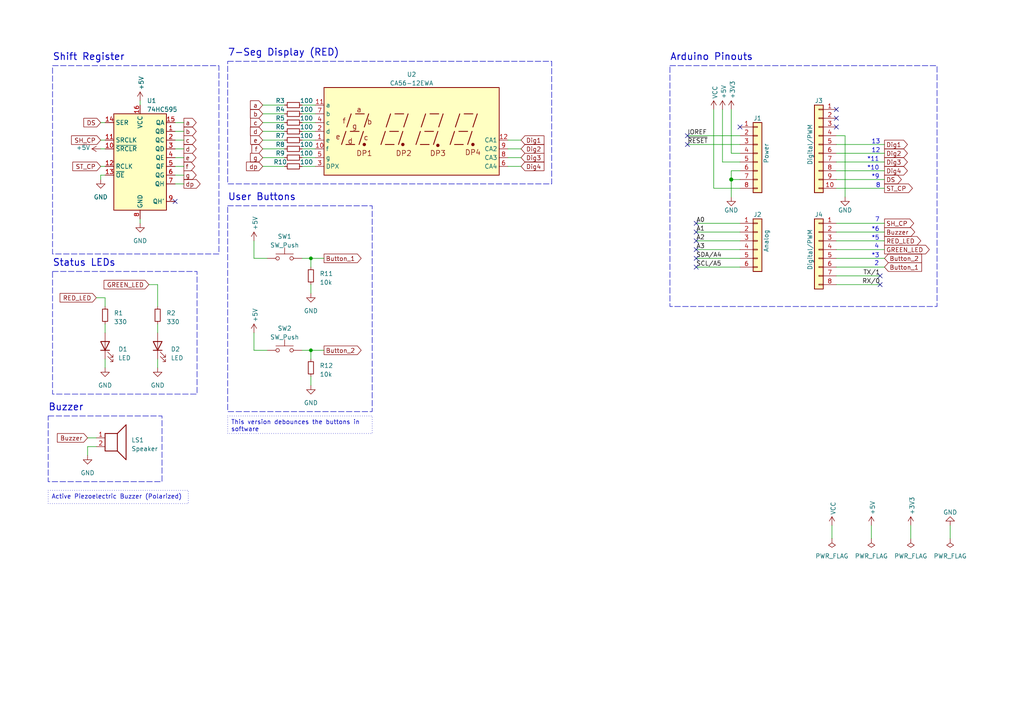
<source format=kicad_sch>
(kicad_sch (version 20230121) (generator eeschema)
  (paper "A4")
  (title_block (title "Kitchen Timer") (date "2023-03-28") (rev "1.0") (company "Shooq Alasousi"))
  (lib_symbols
    (symbol "74xx:74HC595"
      (property "Reference" "U" (at -7.62 13.97 0))
      (property "Value" "74HC595" (at -7.62 -16.51 0))
      (symbol "74HC595_1_0"
        (pin tri_state line (at 10.16 7.62 180) (length 2.54) (name "QB") (number "1"))
        (pin input line (at -10.16 2.54 0) (length 2.54) (name "~{SRCLR}") (number "10"))
        (pin input line (at -10.16 5.08 0) (length 2.54) (name "SRCLK") (number "11"))
        (pin input line (at -10.16 -2.54 0) (length 2.54) (name "RCLK") (number "12"))
        (pin input line (at -10.16 -5.08 0) (length 2.54) (name "~{OE}") (number "13"))
        (pin input line (at -10.16 10.16 0) (length 2.54) (name "SER") (number "14"))
        (pin tri_state line (at 10.16 10.16 180) (length 2.54) (name "QA") (number "15"))
        (pin power_in line (at 0 15.24 270) (length 2.54) (name "VCC") (number "16"))
        (pin tri_state line (at 10.16 5.08 180) (length 2.54) (name "QC") (number "2"))
        (pin tri_state line (at 10.16 2.54 180) (length 2.54) (name "QD") (number "3"))
        (pin tri_state line (at 10.16 0 180) (length 2.54) (name "QE") (number "4"))
        (pin tri_state line (at 10.16 -2.54 180) (length 2.54) (name "QF") (number "5"))
        (pin tri_state line (at 10.16 -5.08 180) (length 2.54) (name "QG") (number "6"))
        (pin tri_state line (at 10.16 -7.62 180) (length 2.54) (name "QH") (number "7"))
        (pin power_in line (at 0 -17.78 90) (length 2.54) (name "GND") (number "8"))
        (pin output line (at 10.16 -12.7 180) (length 2.54) (name "QH'") (number "9"))
      )
      (symbol "74HC595_1_1"
        (rectangle (start -7.62 12.7) (end 7.62 -15.24) (stroke (width 0.254)) (fill (type background)))
      )
    )
    (symbol "Connector_Generic:Conn_01x06" (pin_names (offset 1.016) hide)
      (property "Reference" "J" (at 0 7.62 0))
      (property "Value" "Conn_01x06" (at 0 -10.16 0))
      (symbol "Conn_01x06_1_1"
        (rectangle (start -1.27 -7.493) (end 0 -7.747) (stroke (width 0.1524)))
        (rectangle (start -1.27 -4.953) (end 0 -5.207) (stroke (width 0.1524)))
        (rectangle (start -1.27 -2.413) (end 0 -2.667) (stroke (width 0.1524)))
        (rectangle (start -1.27 0.127) (end 0 -0.127) (stroke (width 0.1524)))
        (rectangle (start -1.27 2.667) (end 0 2.413) (stroke (width 0.1524)))
        (rectangle (start -1.27 5.207) (end 0 4.953) (stroke (width 0.1524)))
        (rectangle (start -1.27 6.35) (end 1.27 -8.89) (stroke (width 0.254)) (fill (type background)))
        (pin passive line (at -5.08 5.08 0) (length 3.81) (name "Pin_1") (number "1"))
        (pin passive line (at -5.08 2.54 0) (length 3.81) (name "Pin_2") (number "2"))
        (pin passive line (at -5.08 0 0) (length 3.81) (name "Pin_3") (number "3"))
        (pin passive line (at -5.08 -2.54 0) (length 3.81) (name "Pin_4") (number "4"))
        (pin passive line (at -5.08 -5.08 0) (length 3.81) (name "Pin_5") (number "5"))
        (pin passive line (at -5.08 -7.62 0) (length 3.81) (name "Pin_6") (number "6"))
      )
    )
    (symbol "Connector_Generic:Conn_01x08" (pin_names (offset 1.016) hide)
      (property "Reference" "J" (at 0 10.16 0))
      (property "Value" "Conn_01x08" (at 0 -12.7 0))
      (symbol "Conn_01x08_1_1"
        (rectangle (start -1.27 -10.033) (end 0 -10.287) (stroke (width 0.1524)))
        (rectangle (start -1.27 -7.493) (end 0 -7.747) (stroke (width 0.1524)))
        (rectangle (start -1.27 -4.953) (end 0 -5.207) (stroke (width 0.1524)))
        (rectangle (start -1.27 -2.413) (end 0 -2.667) (stroke (width 0.1524)))
        (rectangle (start -1.27 0.127) (end 0 -0.127) (stroke (width 0.1524)))
        (rectangle (start -1.27 2.667) (end 0 2.413) (stroke (width 0.1524)))
        (rectangle (start -1.27 5.207) (end 0 4.953) (stroke (width 0.1524)))
        (rectangle (start -1.27 7.747) (end 0 7.493) (stroke (width 0.1524)))
        (rectangle (start -1.27 8.89) (end 1.27 -11.43) (stroke (width 0.254)) (fill (type background)))
        (pin passive line (at -5.08 7.62 0) (length 3.81) (name "Pin_1") (number "1"))
        (pin passive line (at -5.08 5.08 0) (length 3.81) (name "Pin_2") (number "2"))
        (pin passive line (at -5.08 2.54 0) (length 3.81) (name "Pin_3") (number "3"))
        (pin passive line (at -5.08 0 0) (length 3.81) (name "Pin_4") (number "4"))
        (pin passive line (at -5.08 -2.54 0) (length 3.81) (name "Pin_5") (number "5"))
        (pin passive line (at -5.08 -5.08 0) (length 3.81) (name "Pin_6") (number "6"))
        (pin passive line (at -5.08 -7.62 0) (length 3.81) (name "Pin_7") (number "7"))
        (pin passive line (at -5.08 -10.16 0) (length 3.81) (name "Pin_8") (number "8"))
      )
    )
    (symbol "Connector_Generic:Conn_01x10" (pin_names (offset 1.016) hide)
      (property "Reference" "J" (at 0 12.7 0))
      (property "Value" "Conn_01x10" (at 0 -15.24 0))
      (symbol "Conn_01x10_1_1"
        (rectangle (start -1.27 -12.573) (end 0 -12.827) (stroke (width 0.1524)))
        (rectangle (start -1.27 -10.033) (end 0 -10.287) (stroke (width 0.1524)))
        (rectangle (start -1.27 -7.493) (end 0 -7.747) (stroke (width 0.1524)))
        (rectangle (start -1.27 -4.953) (end 0 -5.207) (stroke (width 0.1524)))
        (rectangle (start -1.27 -2.413) (end 0 -2.667) (stroke (width 0.1524)))
        (rectangle (start -1.27 0.127) (end 0 -0.127) (stroke (width 0.1524)))
        (rectangle (start -1.27 2.667) (end 0 2.413) (stroke (width 0.1524)))
        (rectangle (start -1.27 5.207) (end 0 4.953) (stroke (width 0.1524)))
        (rectangle (start -1.27 7.747) (end 0 7.493) (stroke (width 0.1524)))
        (rectangle (start -1.27 10.287) (end 0 10.033) (stroke (width 0.1524)))
        (rectangle (start -1.27 11.43) (end 1.27 -13.97) (stroke (width 0.254)) (fill (type background)))
        (pin passive line (at -5.08 10.16 0) (length 3.81) (name "Pin_1") (number "1"))
        (pin passive line (at -5.08 -12.7 0) (length 3.81) (name "Pin_10") (number "10"))
        (pin passive line (at -5.08 7.62 0) (length 3.81) (name "Pin_2") (number "2"))
        (pin passive line (at -5.08 5.08 0) (length 3.81) (name "Pin_3") (number "3"))
        (pin passive line (at -5.08 2.54 0) (length 3.81) (name "Pin_4") (number "4"))
        (pin passive line (at -5.08 0 0) (length 3.81) (name "Pin_5") (number "5"))
        (pin passive line (at -5.08 -2.54 0) (length 3.81) (name "Pin_6") (number "6"))
        (pin passive line (at -5.08 -5.08 0) (length 3.81) (name "Pin_7") (number "7"))
        (pin passive line (at -5.08 -7.62 0) (length 3.81) (name "Pin_8") (number "8"))
        (pin passive line (at -5.08 -10.16 0) (length 3.81) (name "Pin_9") (number "9"))
      )
    )
    (symbol "Device:LED" (pin_numbers hide) (pin_names (offset 1.016) hide)
      (property "Reference" "D" (at 0 2.54 0))
      (property "Value" "LED" (at 0 -2.54 0))
      (symbol "LED_0_1"
        (polyline (pts (xy -1.27 -1.27) (xy -1.27 1.27)) (stroke (width 0.254)))
        (polyline (pts (xy -1.27 0) (xy 1.27 0)))
        (polyline (pts (xy 1.27 -1.27) (xy 1.27 1.27) (xy -1.27 0) (xy 1.27 -1.27)) (stroke (width 0.254)))
        (polyline (pts (xy -3.048 -0.762) (xy -4.572 -2.286) (xy -3.81 -2.286) (xy -4.572 -2.286) (xy -4.572 -1.524)))
        (polyline (pts (xy -1.778 -0.762) (xy -3.302 -2.286) (xy -2.54 -2.286) (xy -3.302 -2.286) (xy -3.302 -1.524)))
      )
      (symbol "LED_1_1"
        (pin passive line (at -3.81 0 0) (length 2.54) (name "K") (number "1"))
        (pin passive line (at 3.81 0 180) (length 2.54) (name "A") (number "2"))
      )
    )
    (symbol "Device:R_Small" (pin_numbers hide) (pin_names (offset 0.254) hide)
      (property "Reference" "R" (at 0.762 0.508 0))
      (property "Value" "R_Small" (at 0.762 -1.016 0))
      (symbol "R_Small_0_1"
        (rectangle (start -0.762 1.778) (end 0.762 -1.778) (stroke (width 0.2032)))
      )
      (symbol "R_Small_1_1"
        (pin passive line (at 0 2.54 270) (length 0.762) (name "~") (number "1"))
        (pin passive line (at 0 -2.54 90) (length 0.762) (name "~") (number "2"))
      )
    )
    (symbol "Device:Speaker" (pin_names (offset 0) hide)
      (property "Reference" "LS" (at 1.27 5.715 0))
      (property "Value" "Speaker" (at 1.27 3.81 0))
      (symbol "Speaker_0_0"
        (rectangle (start -2.54 1.27) (end 1.016 -3.81) (stroke (width 0.254)))
        (polyline (pts (xy 1.016 1.27) (xy 3.556 3.81) (xy 3.556 -6.35) (xy 1.016 -3.81)) (stroke (width 0.254)))
      )
      (symbol "Speaker_1_1"
        (pin input line (at -5.08 0 0) (length 2.54) (name "1") (number "1"))
        (pin input line (at -5.08 -2.54 0) (length 2.54) (name "2") (number "2"))
      )
    )
    (symbol "Display_Character:CA56-12EWA"
      (property "Reference" "U" (at -24.13 13.97 0))
      (property "Value" "CA56-12EWA" (at 19.05 13.97 0))
      (symbol "CA56-12EWA_0_0"
        (rectangle (start -25.4 12.7) (end 25.4 -12.7) (stroke (width 0.254)) (fill (type background)))
        (polyline (pts (xy -20.32 -3.81) (xy -19.05 0)) (stroke (width 0.254)))
        (polyline (pts (xy -19.05 -3.81) (xy -16.51 -3.81)) (stroke (width 0.254)))
        (polyline (pts (xy -18.796 1.27) (xy -17.526 5.08)) (stroke (width 0.254)))
        (polyline (pts (xy -17.78 0) (xy -15.24 0)) (stroke (width 0.254)))
        (polyline (pts (xy -16.256 5.08) (xy -13.716 5.08)) (stroke (width 0.254)))
        (polyline (pts (xy -15.24 -3.81) (xy -13.97 0)) (stroke (width 0.254)))
        (polyline (pts (xy -13.716 1.27) (xy -12.446 5.08)) (stroke (width 0.254)))
        (polyline (pts (xy -8.89 -3.81) (xy -7.62 0)) (stroke (width 0.254)))
        (polyline (pts (xy -7.62 -3.81) (xy -5.08 -3.81)) (stroke (width 0.254)))
        (polyline (pts (xy -7.366 1.27) (xy -6.096 5.08)) (stroke (width 0.254)))
        (polyline (pts (xy -6.35 0) (xy -3.81 0)) (stroke (width 0.254)))
        (polyline (pts (xy -4.826 5.08) (xy -2.286 5.08)) (stroke (width 0.254)))
        (polyline (pts (xy -3.81 -3.81) (xy -2.54 0)) (stroke (width 0.254)))
        (polyline (pts (xy -2.286 1.27) (xy -1.016 5.08)) (stroke (width 0.254)))
        (polyline (pts (xy 1.27 -3.81) (xy 2.54 0)) (stroke (width 0.254)))
        (polyline (pts (xy 2.54 -3.81) (xy 5.08 -3.81)) (stroke (width 0.254)))
        (polyline (pts (xy 2.794 1.27) (xy 4.064 5.08)) (stroke (width 0.254)))
        (polyline (pts (xy 3.81 0) (xy 6.35 0)) (stroke (width 0.254)))
        (polyline (pts (xy 5.334 5.08) (xy 7.874 5.08)) (stroke (width 0.254)))
        (polyline (pts (xy 6.35 -3.81) (xy 7.62 0)) (stroke (width 0.254)))
        (polyline (pts (xy 7.874 1.27) (xy 9.144 5.08)) (stroke (width 0.254)))
        (polyline (pts (xy 11.176 -3.81) (xy 12.446 0)) (stroke (width 0.254)))
        (polyline (pts (xy 12.446 -3.81) (xy 14.986 -3.81)) (stroke (width 0.254)))
        (polyline (pts (xy 12.7 1.27) (xy 13.97 5.08)) (stroke (width 0.254)))
        (polyline (pts (xy 13.716 0) (xy 16.256 0)) (stroke (width 0.254)))
        (polyline (pts (xy 15.24 5.08) (xy 17.78 5.08)) (stroke (width 0.254)))
        (polyline (pts (xy 16.256 -3.81) (xy 17.526 0)) (stroke (width 0.254)))
        (polyline (pts (xy 17.78 1.27) (xy 19.05 5.08)) (stroke (width 0.254)))
        (text "a" (at -15.24 6.35 0) (effects (font (size 1.524 1.524))))
        (text "b" (at -12.192 2.794 0) (effects (font (size 1.524 1.524))))
        (text "c" (at -13.208 -1.778 0) (effects (font (size 1.524 1.524))))
        (text "d" (at -17.78 -2.794 0) (effects (font (size 1.524 1.524))))
        (text "DP1" (at -13.716 -6.35 0) (effects (font (size 1.524 1.524))))
        (text "DP2" (at -2.286 -6.35 0) (effects (font (size 1.524 1.524))))
        (text "DP3" (at 7.62 -6.35 0) (effects (font (size 1.524 1.524))))
        (text "DP4" (at 17.78 -6.096 0) (effects (font (size 1.524 1.524))))
        (text "e" (at -21.336 -1.524 0) (effects (font (size 1.524 1.524))))
        (text "f" (at -19.558 3.048 0) (effects (font (size 1.524 1.524))))
        (text "g" (at -16.51 1.524 0) (effects (font (size 1.524 1.524))))
      )
      (symbol "CA56-12EWA_0_1"
        (circle (center -13.716 -3.81) (radius 0.3556) (stroke (width 0.254)) (fill (type outline)))
        (circle (center -2.54 -3.81) (radius 0.3556) (stroke (width 0.254)) (fill (type outline)))
      )
      (symbol "CA56-12EWA_1_0"
        (circle (center 7.62 -4.064) (radius 0.3556) (stroke (width 0.254)) (fill (type outline)))
        (circle (center 17.78 -3.81) (radius 0.3556) (stroke (width 0.254)) (fill (type outline)))
      )
      (symbol "CA56-12EWA_1_1"
        (pin input line (at -27.94 -2.54 0) (length 2.54) (name "e") (number "1"))
        (pin input line (at -27.94 -5.08 0) (length 2.54) (name "f") (number "10"))
        (pin input line (at -27.94 7.62 0) (length 2.54) (name "a") (number "11"))
        (pin input line (at 27.94 -2.54 180) (length 2.54) (name "CA1") (number "12"))
        (pin input line (at -27.94 0 0) (length 2.54) (name "d") (number "2"))
        (pin input line (at -27.94 -10.16 0) (length 2.54) (name "DPX") (number "3"))
        (pin input line (at -27.94 2.54 0) (length 2.54) (name "c") (number "4"))
        (pin input line (at -27.94 -7.62 0) (length 2.54) (name "g") (number "5"))
        (pin input line (at 27.94 -10.16 180) (length 2.54) (name "CA4") (number "6"))
        (pin input line (at -27.94 5.08 0) (length 2.54) (name "b") (number "7"))
        (pin input line (at 27.94 -7.62 180) (length 2.54) (name "CA3") (number "8"))
        (pin input line (at 27.94 -5.08 180) (length 2.54) (name "CA2") (number "9"))
      )
    )
    (symbol "GND_1" (power) (pin_names (offset 0))
      (property "Value" "GND_1" (at 0 -3.81 0))
      (symbol "GND_1_0_1"
        (polyline (pts (xy 0 0) (xy 0 -1.27) (xy 1.27 -1.27) (xy 0 -2.54) (xy -1.27 -1.27) (xy 0 -1.27)))
      )
      (symbol "GND_1_1_1"
        (pin power_in line (at 0 0 270) (length 0) hide (name "GND") (number "1"))
      )
    )
    (symbol "GND_2" (power) (pin_names (offset 0))
      (property "Value" "GND_2" (at 0 -3.81 0))
      (symbol "GND_2_0_1"
        (polyline (pts (xy 0 0) (xy 0 -1.27) (xy 1.27 -1.27) (xy 0 -2.54) (xy -1.27 -1.27) (xy 0 -1.27)))
      )
      (symbol "GND_2_1_1"
        (pin power_in line (at 0 0 270) (length 0) hide (name "GND") (number "1"))
      )
    )
    (symbol "GND_3" (power) (pin_names (offset 0))
      (property "Value" "GND_3" (at 0 -3.81 0))
      (symbol "GND_3_0_1"
        (polyline (pts (xy 0 0) (xy 0 -1.27) (xy 1.27 -1.27) (xy 0 -2.54) (xy -1.27 -1.27) (xy 0 -1.27)))
      )
      (symbol "GND_3_1_1"
        (pin power_in line (at 0 0 270) (length 0) hide (name "GND") (number "1"))
      )
    )
    (symbol "Switch:SW_Push" (pin_numbers hide) (pin_names (offset 1.016) hide)
      (property "Reference" "SW" (at 1.27 2.54 0))
      (property "Value" "SW_Push" (at 0 -1.524 0))
      (symbol "SW_Push_0_1"
        (circle (center -2.032 0) (radius 0.508))
        (polyline (pts (xy 0 1.27) (xy 0 3.048)))
        (polyline (pts (xy 2.54 1.27) (xy -2.54 1.27)))
        (circle (center 2.032 0) (radius 0.508))
        (pin passive line (at -5.08 0 0) (length 2.54) (name "1") (number "1"))
        (pin passive line (at 5.08 0 180) (length 2.54) (name "2") (number "2"))
      )
    )
    (symbol "power:+3V3" (power) (pin_names (offset 0))
      (property "Value" "+3V3" (at 0 3.556 0))
      (symbol "+3V3_0_1"
        (polyline (pts (xy -0.762 1.27) (xy 0 2.54)))
        (polyline (pts (xy 0 0) (xy 0 2.54)))
        (polyline (pts (xy 0 2.54) (xy 0.762 1.27)))
      )
      (symbol "+3V3_1_1"
        (pin power_in line (at 0 0 90) (length 0) hide (name "+3V3") (number "1"))
      )
    )
    (symbol "power:+5V" (power) (pin_names (offset 0))
      (property "Value" "+5V" (at 0 3.556 0))
      (symbol "+5V_0_1"
        (polyline (pts (xy -0.762 1.27) (xy 0 2.54)))
        (polyline (pts (xy 0 0) (xy 0 2.54)))
        (polyline (pts (xy 0 2.54) (xy 0.762 1.27)))
      )
      (symbol "+5V_1_1"
        (pin power_in line (at 0 0 90) (length 0) hide (name "+5V") (number "1"))
      )
    )
    (symbol "power:GND" (power) (pin_names (offset 0))
      (property "Value" "GND" (at 0 -3.81 0))
      (symbol "GND_0_1"
        (polyline (pts (xy 0 0) (xy 0 -1.27) (xy 1.27 -1.27) (xy 0 -2.54) (xy -1.27 -1.27) (xy 0 -1.27)))
      )
      (symbol "GND_1_1"
        (pin power_in line (at 0 0 270) (length 0) hide (name "GND") (number "1"))
      )
    )
    (symbol "power:PWR_FLAG" (power) (pin_numbers hide) (pin_names (offset 0) hide)
      (property "Value" "PWR_FLAG" (at 0 3.81 0))
      (symbol "PWR_FLAG_0_0"
        (pin power_out line (at 0 0 90) (length 0) (name "pwr") (number "1"))
      )
      (symbol "PWR_FLAG_0_1"
        (polyline (pts (xy 0 0) (xy 0 1.27) (xy -1.016 1.905) (xy 0 2.54) (xy 1.016 1.905) (xy 0 1.27)))
      )
    )
    (symbol "power:VCC" (power) (pin_names (offset 0))
      (property "Value" "VCC" (at 0 3.81 0))
      (symbol "VCC_0_1"
        (polyline (pts (xy -0.762 1.27) (xy 0 2.54)))
        (polyline (pts (xy 0 0) (xy 0 2.54)))
        (polyline (pts (xy 0 2.54) (xy 0.762 1.27)))
      )
      (symbol "VCC_1_1"
        (pin power_in line (at 0 0 90) (length 0) hide (name "VCC") (number "1"))
      )
    )
  )
  (junction (at 212.09 52.07) (diameter 1.016))
  (junction (at 90.17 101.6))
  (junction (at 90.17 74.93))
  (no_connect (at 255.27 80.01))
  (no_connect (at 242.57 36.83))
  (no_connect (at 242.57 31.75))
  (no_connect (at 201.93 67.31))
  (no_connect (at 255.27 82.55))
  (no_connect (at 201.93 77.47))
  (no_connect (at 50.8 58.42))
  (no_connect (at 201.93 64.77))
  (no_connect (at 201.93 74.93))
  (no_connect (at 242.57 34.29))
  (no_connect (at 199.39 41.91))
  (no_connect (at 201.93 69.85))
  (no_connect (at 201.93 72.39))
  (no_connect (at 214.63 36.83))
  (no_connect (at 199.39 39.37))
  (wire (pts (xy 147.32 43.18) (xy 151.13 43.18)))
  (wire (pts (xy 242.57 44.45) (xy 256.54 44.45)))
  (wire (pts (xy 242.57 49.53) (xy 256.54 49.53)))
  (wire (pts (xy 76.2 45.72) (xy 82.55 45.72)))
  (wire (pts (xy 76.2 33.02) (xy 82.55 33.02)))
  (wire (pts (xy 29.21 35.56) (xy 30.48 35.56)))
  (wire (pts (xy 201.93 77.47) (xy 214.63 77.47)))
  (wire (pts (xy 212.09 31.75) (xy 212.09 44.45)))
  (wire (pts (xy 242.57 74.93) (xy 256.54 74.93)))
  (wire (pts (xy 77.47 74.93) (xy 73.66 74.93)))
  (wire (pts (xy 214.63 49.53) (xy 212.09 49.53)))
  (wire (pts (xy 30.48 50.8) (xy 29.21 50.8)))
  (wire (pts (xy 212.09 49.53) (xy 212.09 52.07)))
  (wire (pts (xy 90.17 74.93) (xy 90.17 77.47)))
  (wire (pts (xy 76.2 38.1) (xy 82.55 38.1)))
  (wire (pts (xy 242.57 80.01) (xy 255.27 80.01)))
  (wire (pts (xy 50.8 53.34) (xy 53.34 53.34)))
  (wire (pts (xy 241.3 152.4) (xy 241.3 156.21)))
  (wire (pts (xy 29.21 40.64) (xy 30.48 40.64)))
  (wire (pts (xy 73.66 74.93) (xy 73.66 69.85)))
  (wire (pts (xy 90.17 101.6) (xy 93.98 101.6)))
  (wire (pts (xy 87.63 35.56) (xy 91.44 35.56)))
  (wire (pts (xy 90.17 82.55) (xy 90.17 85.09)))
  (wire (pts (xy 76.2 35.56) (xy 82.55 35.56)))
  (wire (pts (xy 242.57 67.31) (xy 256.54 67.31)))
  (wire (pts (xy 50.8 45.72) (xy 53.34 45.72)))
  (wire (pts (xy 212.09 44.45) (xy 214.63 44.45)))
  (wire (pts (xy 76.2 40.64) (xy 82.55 40.64)))
  (wire (pts (xy 87.63 30.48) (xy 91.44 30.48)))
  (wire (pts (xy 201.93 67.31) (xy 214.63 67.31)))
  (wire (pts (xy 30.48 86.36) (xy 30.48 88.9)))
  (wire (pts (xy 275.59 152.4) (xy 275.59 156.21)))
  (wire (pts (xy 212.09 52.07) (xy 212.09 57.15)))
  (wire (pts (xy 90.17 74.93) (xy 93.98 74.93)))
  (wire (pts (xy 147.32 48.26) (xy 151.13 48.26)))
  (wire (pts (xy 214.63 52.07) (xy 212.09 52.07)))
  (wire (pts (xy 252.73 152.4) (xy 252.73 156.21)))
  (wire (pts (xy 207.01 54.61) (xy 207.01 31.75)))
  (wire (pts (xy 87.63 101.6) (xy 90.17 101.6)))
  (wire (pts (xy 76.2 30.48) (xy 82.55 30.48)))
  (wire (pts (xy 87.63 40.64) (xy 91.44 40.64)))
  (wire (pts (xy 242.57 72.39) (xy 256.54 72.39)))
  (wire (pts (xy 87.63 74.93) (xy 90.17 74.93)))
  (wire (pts (xy 242.57 64.77) (xy 256.54 64.77)))
  (wire (pts (xy 50.8 48.26) (xy 53.34 48.26)))
  (wire (pts (xy 50.8 38.1) (xy 53.34 38.1)))
  (wire (pts (xy 50.8 50.8) (xy 53.34 50.8)))
  (wire (pts (xy 76.2 43.18) (xy 82.55 43.18)))
  (wire (pts (xy 50.8 40.64) (xy 53.34 40.64)))
  (wire (pts (xy 242.57 41.91) (xy 256.54 41.91)))
  (wire (pts (xy 214.63 64.77) (xy 201.93 64.77)))
  (wire (pts (xy 242.57 46.99) (xy 256.54 46.99)))
  (wire (pts (xy 87.63 33.02) (xy 91.44 33.02)))
  (wire (pts (xy 87.63 45.72) (xy 91.44 45.72)))
  (wire (pts (xy 147.32 45.72) (xy 151.13 45.72)))
  (wire (pts (xy 90.17 101.6) (xy 90.17 104.14)))
  (wire (pts (xy 45.72 104.14) (xy 45.72 106.68)))
  (wire (pts (xy 214.63 54.61) (xy 207.01 54.61)))
  (wire (pts (xy 50.8 43.18) (xy 53.34 43.18)))
  (wire (pts (xy 25.4 129.54) (xy 25.4 132.08)))
  (wire (pts (xy 25.4 127) (xy 27.94 127)))
  (wire (pts (xy 73.66 101.6) (xy 73.66 96.52)))
  (wire (pts (xy 201.93 72.39) (xy 214.63 72.39)))
  (wire (pts (xy 50.8 35.56) (xy 53.34 35.56)))
  (wire (pts (xy 29.21 43.18) (xy 30.48 43.18)))
  (wire (pts (xy 242.57 69.85) (xy 256.54 69.85)))
  (wire (pts (xy 264.16 152.4) (xy 264.16 156.21)))
  (wire (pts (xy 209.55 31.75) (xy 209.55 46.99)))
  (wire (pts (xy 29.21 48.26) (xy 30.48 48.26)))
  (wire (pts (xy 214.63 74.93) (xy 201.93 74.93)))
  (wire (pts (xy 199.39 41.91) (xy 214.63 41.91)))
  (wire (pts (xy 245.11 39.37) (xy 245.11 57.15)))
  (wire (pts (xy 40.64 63.5) (xy 40.64 64.77)))
  (wire (pts (xy 214.63 69.85) (xy 201.93 69.85)))
  (wire (pts (xy 87.63 38.1) (xy 91.44 38.1)))
  (wire (pts (xy 30.48 104.14) (xy 30.48 106.68)))
  (wire (pts (xy 199.39 39.37) (xy 214.63 39.37)))
  (wire (pts (xy 40.64 29.21) (xy 40.64 30.48)))
  (wire (pts (xy 77.47 101.6) (xy 73.66 101.6)))
  (wire (pts (xy 147.32 40.64) (xy 151.13 40.64)))
  (wire (pts (xy 45.72 82.55) (xy 45.72 88.9)))
  (wire (pts (xy 90.17 109.22) (xy 90.17 111.76)))
  (wire (pts (xy 30.48 93.98) (xy 30.48 96.52)))
  (wire (pts (xy 76.2 48.26) (xy 82.55 48.26)))
  (wire (pts (xy 43.18 82.55) (xy 45.72 82.55)))
  (wire (pts (xy 45.72 93.98) (xy 45.72 96.52)))
  (wire (pts (xy 242.57 39.37) (xy 245.11 39.37)))
  (wire (pts (xy 209.55 46.99) (xy 214.63 46.99)))
  (wire (pts (xy 242.57 82.55) (xy 255.27 82.55)))
  (wire (pts (xy 27.94 86.36) (xy 30.48 86.36)))
  (wire (pts (xy 87.63 48.26) (xy 91.44 48.26)))
  (wire (pts (xy 242.57 54.61) (xy 256.54 54.61)))
  (wire (pts (xy 27.94 129.54) (xy 25.4 129.54)))
  (wire (pts (xy 242.57 52.07) (xy 256.54 52.07)))
  (wire (pts (xy 29.21 50.8) (xy 29.21 52.07)))
  (wire (pts (xy 87.63 43.18) (xy 91.44 43.18)))
  (wire (pts (xy 242.57 77.47) (xy 256.54 77.47)))
  (rectangle (start 15.24 19.05) (end 63.5 73.66) (stroke (width 0) (type dash)))
  (rectangle (start 194.31 19.05) (end 271.78 88.9) (stroke (width 0) (type dash)))
  (rectangle (start 15.24 78.74) (end 57.15 114.3) (stroke (width 0) (type dash)))
  (rectangle (start 13.97 120.65) (end 46.99 139.7) (stroke (width 0) (type dash)))
  (rectangle (start 66.04 17.78) (end 160.02 53.34) (stroke (width 0) (type dash)))
  (rectangle (start 66.04 59.69) (end 107.95 119.38) (stroke (width 0) (type dash)))
  (text_box "Active Piezoelectric Buzzer (Polarized)" (at 13.97 142.24 0) (size 40.64 3.81) (stroke (width 0) (type dot)) (effects (font (size 1.27 1.27)) (justify left top)))
  (text_box "This version debounces the buttons in software" (at 66.04 120.65 0) (size 41.91 5.08) (stroke (width 0) (type dot)) (effects (font (size 1.27 1.27)) (justify left top)))
  (text "13\n" (at 252.73 41.91 0) (effects (font (size 1.27 1.27)) (justify left bottom)))
  (text "*5\n" (at 252.73 69.85 0) (effects (font (size 1.27 1.27)) (justify left bottom)))
  (text "Shift Register" (at 15.24 17.78 0) (effects (font (size 2 2) (thickness 0.254) bold) (justify left bottom)))
  (text "Arduino Pinouts" (at 194.31 17.78 0) (effects (font (size 2 2) (thickness 0.254) bold) (justify left bottom)))
  (text "Status LEDs" (at 15.24 77.47 0) (effects (font (size 2 2) (thickness 0.254) bold) (justify left bottom)))
  (text "12\n" (at 252.73 44.45 0) (effects (font (size 1.27 1.27)) (justify left bottom)))
  (text "*10\n" (at 251.46 49.53 0) (effects (font (size 1.27 1.27)) (justify left bottom)))
  (text "8\n" (at 254 54.61 0) (effects (font (size 1.27 1.27)) (justify left bottom)))
  (text "7-Seg Display (RED)" (at 66.04 16.51 0) (effects (font (size 2 2) (thickness 0.254) bold) (justify left bottom)))
  (text "*3" (at 252.73 74.93 0) (effects (font (size 1.27 1.27)) (justify left bottom)))
  (text "4" (at 253.5937 72.2492 0) (effects (font (size 1.27 1.27)) (justify left bottom)))
  (text "7" (at 253.7616 64.5476 0) (effects (font (size 1.27 1.27)) (justify left bottom)))
  (text "Buzzer" (at 13.97 119.38 0) (effects (font (size 2 2) (thickness 0.254) bold) (justify left bottom)))
  (text "*6" (at 252.73 67.31 0) (effects (font (size 1.27 1.27)) (justify left bottom)))
  (text "2" (at 253.5697 77.2397 0) (effects (font (size 1.27 1.27)) (justify left bottom)))
  (text "User Buttons" (at 66.04 58.42 0) (effects (font (size 2 2) (thickness 0.254) bold) (justify left bottom)))
  (text "*11" (at 251.46 46.99 0) (effects (font (size 1.27 1.27)) (justify left bottom)))
  (text "*9\n" (at 252.73 52.07 0) (effects (font (size 1.27 1.27)) (justify left bottom)))
  (label "IOREF" (at 199.39 39.37 0))
  (label "~{RESET}" (at 199.39 41.91 0))
  (label "A2" (at 201.93 69.85 0))
  (label "SCL{slash}A5" (at 201.93 77.47 0))
  (label "A1" (at 201.93 67.31 0))
  (label "RX{slash}0" (at 255.27 82.55 180))
  (label "SDA{slash}A4" (at 201.93 74.93 0))
  (label "A0" (at 201.93 64.77 0))
  (label "TX{slash}1" (at 255.27 80.01 180))
  (label "A3" (at 201.93 72.39 0))
  (global_label "c" (shape output) (at 53.34 40.64 0) (property "Intersheetrefs" "${INTERSHEET_REFS}" (effects hide)))
  (global_label "f" (shape output) (at 53.34 48.26 0) (property "Intersheetrefs" "${INTERSHEET_REFS}" (effects hide)))
  (global_label "Dig1" (shape input) (at 151.13 40.64 0) (property "Intersheetrefs" "${INTERSHEET_REFS}" (effects hide)))
  (global_label "DS" (shape input) (at 29.21 35.56 180) (property "Intersheetrefs" "${INTERSHEET_REFS}" (effects hide)))
  (global_label "a" (shape output) (at 53.34 35.56 0) (property "Intersheetrefs" "${INTERSHEET_REFS}" (effects hide)))
  (global_label "Dig2" (shape output) (at 256.54 44.45 0) (property "Intersheetrefs" "${INTERSHEET_REFS}" (effects hide)))
  (global_label "Dig3" (shape output) (at 256.54 46.99 0) (property "Intersheetrefs" "${INTERSHEET_REFS}" (effects hide)))
  (global_label "Buzzer" (shape input) (at 25.4 127 180) (property "Intersheetrefs" "${INTERSHEET_REFS}" (effects hide)))
  (global_label "Button_2" (shape output) (at 93.98 101.6 0) (property "Intersheetrefs" "${INTERSHEET_REFS}" (effects hide)))
  (global_label "c" (shape input) (at 76.2 35.56 180) (property "Intersheetrefs" "${INTERSHEET_REFS}" (effects hide)))
  (global_label "DS" (shape output) (at 256.54 52.07 0) (property "Intersheetrefs" "${INTERSHEET_REFS}" (effects hide)))
  (global_label "e" (shape output) (at 53.34 45.72 0) (property "Intersheetrefs" "${INTERSHEET_REFS}" (effects hide)))
  (global_label "d" (shape input) (at 76.2 38.1 180) (property "Intersheetrefs" "${INTERSHEET_REFS}" (effects hide)))
  (global_label "Dig3" (shape input) (at 151.13 45.72 0) (property "Intersheetrefs" "${INTERSHEET_REFS}" (effects hide)))
  (global_label "GREEN_LED" (shape output) (at 256.54 72.39 0) (property "Intersheetrefs" "${INTERSHEET_REFS}" (effects hide)))
  (global_label "e" (shape input) (at 76.2 40.64 180) (property "Intersheetrefs" "${INTERSHEET_REFS}" (effects hide)))
  (global_label "SH_CP" (shape output) (at 256.54 64.77 0) (property "Intersheetrefs" "${INTERSHEET_REFS}" (effects hide)))
  (global_label "ST_CP" (shape input) (at 29.21 48.26 180) (property "Intersheetrefs" "${INTERSHEET_REFS}" (effects hide)))
  (global_label "f" (shape input) (at 76.2 43.18 180) (property "Intersheetrefs" "${INTERSHEET_REFS}" (effects hide)))
  (global_label "dp" (shape input) (at 76.2 48.26 180) (property "Intersheetrefs" "${INTERSHEET_REFS}" (effects hide)))
  (global_label "Buzzer" (shape output) (at 256.54 67.31 0) (property "Intersheetrefs" "${INTERSHEET_REFS}" (effects hide)))
  (global_label "b" (shape input) (at 76.2 33.02 180) (property "Intersheetrefs" "${INTERSHEET_REFS}" (effects hide)))
  (global_label "a" (shape input) (at 76.2 30.48 180) (property "Intersheetrefs" "${INTERSHEET_REFS}" (effects hide)))
  (global_label "Dig1" (shape output) (at 256.54 41.91 0) (property "Intersheetrefs" "${INTERSHEET_REFS}" (effects hide)))
  (global_label "Dig4" (shape input) (at 151.13 48.26 0) (property "Intersheetrefs" "${INTERSHEET_REFS}" (effects hide)))
  (global_label "dp" (shape output) (at 53.34 53.34 0) (property "Intersheetrefs" "${INTERSHEET_REFS}" (effects hide)))
  (global_label "GREEN_LED" (shape input) (at 43.18 82.55 180) (property "Intersheetrefs" "${INTERSHEET_REFS}" (effects hide)))
  (global_label "g" (shape input) (at 76.2 45.72 180) (property "Intersheetrefs" "${INTERSHEET_REFS}" (effects hide)))
  (global_label "RED_LED" (shape input) (at 27.94 86.36 180) (property "Intersheetrefs" "${INTERSHEET_REFS}" (effects hide)))
  (global_label "Button_1" (shape input) (at 256.54 77.47 0) (property "Intersheetrefs" "${INTERSHEET_REFS}" (effects hide)))
  (global_label "g" (shape output) (at 53.34 50.8 0) (property "Intersheetrefs" "${INTERSHEET_REFS}" (effects hide)))
  (global_label "Button_2" (shape input) (at 256.54 74.93 0) (property "Intersheetrefs" "${INTERSHEET_REFS}" (effects hide)))
  (global_label "SH_CP" (shape input) (at 29.21 40.64 180) (property "Intersheetrefs" "${INTERSHEET_REFS}" (effects hide)))
  (global_label "ST_CP" (shape output) (at 256.54 54.61 0) (property "Intersheetrefs" "${INTERSHEET_REFS}" (effects hide)))
  (global_label "Dig2" (shape input) (at 151.13 43.18 0) (property "Intersheetrefs" "${INTERSHEET_REFS}" (effects hide)))
  (global_label "RED_LED" (shape output) (at 256.54 69.85 0) (property "Intersheetrefs" "${INTERSHEET_REFS}" (effects hide)))
  (global_label "b" (shape output) (at 53.34 38.1 0) (property "Intersheetrefs" "${INTERSHEET_REFS}" (effects hide)))
  (global_label "d" (shape output) (at 53.34 43.18 0) (property "Intersheetrefs" "${INTERSHEET_REFS}" (effects hide)))
  (global_label "Button_1" (shape output) (at 93.98 74.93 0) (property "Intersheetrefs" "${INTERSHEET_REFS}" (effects hide)))
  (global_label "Dig4" (shape output) (at 256.54 49.53 0) (property "Intersheetrefs" "${INTERSHEET_REFS}" (effects hide)))
  (symbol (lib_id "Device:R_Small") (at 85.09 45.72 90) (unit 1)
    (property "Reference" "R9" (at 81.28 44.45 90))
    (property "Value" "100" (at 88.9 44.45 90))
    (property "Footprint" "Resistor_THT:R_Axial_DIN0207_L6.3mm_D2.5mm_P10.16mm_Horizontal" (effects hide))
  )
  (symbol (lib_name "GND_1") (lib_id "power:GND") (at 90.17 111.76 0) (unit 1)
    (property "Reference" "#PWR011" (effects hide))
    (property "Value" "GND" (at 90.17 116.84 0))
  )
  (symbol (lib_id "Connector_Generic:Conn_01x08") (at 237.49 72.39 0) (mirror y) (unit 1)
    (property "Reference" "J4" (at 237.49 62.23 0))
    (property "Value" "Digital/PWM" (at 234.95 72.39 90))
    (property "Footprint" "Connector_PinSocket_2.54mm:PinSocket_1x08_P2.54mm_Vertical" (effects hide))
  )
  (symbol (lib_id "Device:R_Small") (at 85.09 40.64 90) (unit 1)
    (property "Reference" "R7" (at 81.28 39.37 90))
    (property "Value" "100" (at 88.9 39.37 90))
    (property "Footprint" "Resistor_THT:R_Axial_DIN0207_L6.3mm_D2.5mm_P10.16mm_Horizontal" (effects hide))
  )
  (symbol (lib_id "power:PWR_FLAG") (at 264.16 156.21 180) (unit 1)
    (property "Reference" "#FLG03" (effects hide))
    (property "Value" "PWR_FLAG" (at 264.16 161.29 0))
  )
  (symbol (lib_id "74xx:74HC595") (at 40.64 45.72 0) (unit 1)
    (property "Reference" "U1" (at 42.5959 29.21 0) (effects (justify left)))
    (property "Value" "74HC595" (at 42.5959 31.75 0) (effects (justify left)))
    (property "Footprint" "Package_DIP:DIP-16_W7.62mm_Socket_LongPads" (effects hide))
    (property "Datasheet" "http://www.ti.com/lit/ds/symlink/sn74hc595.pdf" (effects hide))
  )
  (symbol (lib_id "power:+3V3") (at 212.09 31.75 0) (unit 1)
    (property "Reference" "#PWR018" (effects hide))
    (property "Value" "+3.3V" (at 212.471 28.702 90) (effects (justify left)))
  )
  (symbol (lib_id "Device:LED") (at 30.48 100.33 90) (unit 1)
    (property "Reference" "D1" (at 34.29 101.2825 90) (effects (justify right)))
    (property "Value" "LED" (at 34.29 103.8225 90) (effects (justify right)))
    (property "Footprint" "LED_THT:LED_D5.0mm" (effects hide))
  )
  (symbol (lib_id "Device:LED") (at 45.72 100.33 90) (unit 1)
    (property "Reference" "D2" (at 49.53 101.2825 90) (effects (justify right)))
    (property "Value" "LED" (at 49.53 103.8225 90) (effects (justify right)))
    (property "Footprint" "LED_THT:LED_D5.0mm" (effects hide))
  )
  (symbol (lib_id "Device:R_Small") (at 90.17 106.68 0) (unit 1)
    (property "Reference" "R12" (at 92.71 106.045 0) (effects (justify left)))
    (property "Value" "10k" (at 92.71 108.585 0) (effects (justify left)))
    (property "Footprint" "Resistor_THT:R_Axial_DIN0207_L6.3mm_D2.5mm_P10.16mm_Horizontal" (effects hide))
  )
  (symbol (lib_id "Connector_Generic:Conn_01x10") (at 237.49 41.91 0) (mirror y) (unit 1)
    (property "Reference" "J3" (at 237.49 29.21 0))
    (property "Value" "Digital/PWM" (at 234.95 41.91 90))
    (property "Footprint" "Connector_PinSocket_2.54mm:PinSocket_1x10_P2.54mm_Vertical" (effects hide))
  )
  (symbol (lib_id "power:+5V") (at 40.64 29.21 0) (unit 1)
    (property "Reference" "#PWR03" (effects hide))
    (property "Value" "+5V" (at 40.9956 26.162 90) (effects (justify left)))
  )
  (symbol (lib_id "Connector_Generic:Conn_01x08") (at 219.71 44.45 0) (unit 1)
    (property "Reference" "J1" (at 219.71 34.29 0))
    (property "Value" "Power" (at 222.25 44.45 90))
    (property "Footprint" "Connector_PinSocket_2.54mm:PinSocket_1x08_P2.54mm_Vertical" (effects hide))
  )
  (symbol (lib_name "GND_1") (lib_id "power:GND") (at 90.17 85.09 0) (unit 1)
    (property "Reference" "#PWR010" (effects hide))
    (property "Value" "GND" (at 90.17 90.17 0))
  )
  (symbol (lib_id "Device:R_Small") (at 30.48 91.44 0) (unit 1)
    (property "Reference" "R1" (at 33.02 90.805 0) (effects (justify left)))
    (property "Value" "330" (at 33.02 93.345 0) (effects (justify left)))
    (property "Footprint" "Resistor_THT:R_Axial_DIN0207_L6.3mm_D2.5mm_P10.16mm_Horizontal" (effects hide))
  )
  (symbol (lib_id "Device:R_Small") (at 90.17 80.01 0) (unit 1)
    (property "Reference" "R11" (at 92.71 79.375 0) (effects (justify left)))
    (property "Value" "10k" (at 92.71 81.915 0) (effects (justify left)))
    (property "Footprint" "Resistor_THT:R_Axial_DIN0207_L6.3mm_D2.5mm_P10.16mm_Horizontal" (effects hide))
  )
  (symbol (lib_id "Connector_Generic:Conn_01x06") (at 219.71 69.85 0) (unit 1)
    (property "Reference" "J2" (at 219.71 62.23 0))
    (property "Value" "Analog" (at 222.25 69.85 90))
    (property "Footprint" "Connector_PinSocket_2.54mm:PinSocket_1x06_P2.54mm_Vertical" (effects hide))
  )
  (symbol (lib_name "GND_3") (lib_id "power:GND") (at 40.64 64.77 0) (unit 1)
    (property "Reference" "#PWR04" (effects hide))
    (property "Value" "GND" (at 40.64 69.85 0))
  )
  (symbol (lib_id "Switch:SW_Push") (at 82.55 74.93 0) (unit 1)
    (property "Reference" "SW1" (at 82.55 68.58 0))
    (property "Value" "SW_Push" (at 82.55 71.12 0))
    (property "Footprint" "Button_Switch_THT:SW_PUSH-12mm" (effects hide))
  )
  (symbol (lib_id "Device:Speaker") (at 33.02 127 0) (unit 1)
    (property "Reference" "LS1" (at 38.1 127.635 0) (effects (justify left)))
    (property "Value" "Speaker" (at 38.1 130.175 0) (effects (justify left)))
    (property "Footprint" "Buzzer_Beeper:Buzzer_12x9.5RM7.6" (effects hide))
    (property "Datasheet" "https://www.digikey.com/en/products/detail/cui-devices/CMI-1295IC-0585T/11674150?utm_adgroup=Alarms%2C%20Buzzers%2C%20and%20Sirens&utm_source=google&utm_medium=cpc&utm_campaign=Shopping_Product_Audio%20Products_NEW&utm_term=&utm_content=Alarms%2C%20Buzzers%2C%20and%20Sirens&gclid=CjwKCAjwzuqgBhAcEiwAdj5dRt8nz1IuytFLjx3uwWgVUeIhfTmZ3ysWix6dXCToN1KqcPwJXCrWqhoCtbEQAvD_BwE" (effects hide))
  )
  (symbol (lib_id "Device:R_Small") (at 85.09 35.56 90) (unit 1)
    (property "Reference" "R5" (at 81.28 34.29 90))
    (property "Value" "100" (at 88.9 34.29 90))
    (property "Footprint" "Resistor_THT:R_Axial_DIN0207_L6.3mm_D2.5mm_P10.16mm_Horizontal" (effects hide))
  )
  (symbol (lib_id "power:+3V3") (at 264.16 152.4 0) (unit 1)
    (property "Reference" "#PWR014" (effects hide))
    (property "Value" "+3.3V" (at 264.541 149.352 90) (effects (justify left)))
  )
  (symbol (lib_id "Display_Character:CA56-12EWA") (at 119.38 38.1 0) (unit 1)
    (property "Reference" "U2" (at 119.38 21.59 0))
    (property "Value" "CA56-12EWA" (at 119.38 24.13 0))
    (property "Footprint" "Display_7Segment:CA56-12EWA" (effects hide))
    (property "Datasheet" "http://cdn.sparkfun.com/datasheets/Components/LED/1LEDREDCC.pdf" (effects hide))
  )
  (symbol (lib_name "GND_1") (lib_id "power:GND") (at 25.4 132.08 0) (unit 1)
    (property "Reference" "#PWR05" (effects hide))
    (property "Value" "GND" (at 25.4 137.16 0))
  )
  (symbol (lib_id "Switch:SW_Push") (at 82.55 101.6 0) (unit 1)
    (property "Reference" "SW2" (at 82.55 95.25 0))
    (property "Value" "SW_Push" (at 82.55 97.79 0))
    (property "Footprint" "Button_Switch_THT:SW_PUSH-12mm" (effects hide))
  )
  (symbol (lib_id "power:+5V") (at 29.21 43.18 90) (unit 1)
    (property "Reference" "#PWR01" (effects hide))
    (property "Value" "+5V" (at 26.162 42.8244 90) (effects (justify left)))
  )
  (symbol (lib_id "power:+5V") (at 73.66 96.52 0) (unit 1)
    (property "Reference" "#PWR09" (effects hide))
    (property "Value" "+5V" (at 74.0156 93.472 90) (effects (justify left)))
  )
  (symbol (lib_id "Device:R_Small") (at 85.09 30.48 90) (unit 1)
    (property "Reference" "R3" (at 81.28 29.21 90))
    (property "Value" "100" (at 88.9 29.21 90))
    (property "Footprint" "Resistor_THT:R_Axial_DIN0207_L6.3mm_D2.5mm_P10.16mm_Horizontal" (effects hide))
  )
  (symbol (lib_id "power:+5V") (at 209.55 31.75 0) (unit 1)
    (property "Reference" "#PWR017" (effects hide))
    (property "Value" "+5V" (at 209.9056 28.702 90) (effects (justify left)))
  )
  (symbol (lib_name "GND_1") (lib_id "power:GND") (at 30.48 106.68 0) (unit 1)
    (property "Reference" "#PWR06" (effects hide))
    (property "Value" "GND" (at 30.48 111.76 0))
  )
  (symbol (lib_id "power:VCC") (at 207.01 31.75 0) (unit 1)
    (property "Reference" "#PWR016" (effects hide))
    (property "Value" "VCC" (at 207.391 28.702 90) (effects (justify left)))
  )
  (symbol (lib_id "power:GND") (at 212.09 57.15 0) (unit 1)
    (property "Reference" "#PWR019" (effects hide))
    (property "Value" "GND" (at 212.09 60.96 0))
  )
  (symbol (lib_id "power:PWR_FLAG") (at 252.73 156.21 180) (unit 1)
    (property "Reference" "#FLG02" (effects hide))
    (property "Value" "PWR_FLAG" (at 252.73 161.29 0))
  )
  (symbol (lib_name "GND_1") (lib_id "power:GND") (at 275.59 152.4 180) (unit 1)
    (property "Reference" "#PWR015" (effects hide))
    (property "Value" "GND" (at 275.59 148.59 0))
  )
  (symbol (lib_id "power:PWR_FLAG") (at 275.59 156.21 180) (unit 1)
    (property "Reference" "#FLG04" (effects hide))
    (property "Value" "PWR_FLAG" (at 275.59 161.29 0))
  )
  (symbol (lib_name "GND_2") (lib_id "power:GND") (at 45.72 106.68 0) (unit 1)
    (property "Reference" "#PWR07" (effects hide))
    (property "Value" "GND" (at 45.72 111.76 0))
  )
  (symbol (lib_id "Device:R_Small") (at 85.09 43.18 90) (unit 1)
    (property "Reference" "R8" (at 81.28 41.91 90))
    (property "Value" "100" (at 88.9 41.91 90))
    (property "Footprint" "Resistor_THT:R_Axial_DIN0207_L6.3mm_D2.5mm_P10.16mm_Horizontal" (effects hide))
  )
  (symbol (lib_id "power:GND") (at 245.11 57.15 0) (unit 1)
    (property "Reference" "#PWR020" (effects hide))
    (property "Value" "GND" (at 245.11 60.96 0))
  )
  (symbol (lib_id "power:PWR_FLAG") (at 241.3 156.21 180) (unit 1)
    (property "Reference" "#FLG01" (effects hide))
    (property "Value" "PWR_FLAG" (at 241.3 161.29 0))
  )
  (symbol (lib_id "Device:R_Small") (at 85.09 33.02 90) (unit 1)
    (property "Reference" "R4" (at 81.28 31.75 90))
    (property "Value" "100" (at 88.9 31.75 90))
    (property "Footprint" "Resistor_THT:R_Axial_DIN0207_L6.3mm_D2.5mm_P10.16mm_Horizontal" (effects hide))
  )
  (symbol (lib_id "Device:R_Small") (at 85.09 48.26 90) (unit 1)
    (property "Reference" "R10" (at 81.28 46.99 90))
    (property "Value" "100" (at 88.9 46.99 90))
    (property "Footprint" "Resistor_THT:R_Axial_DIN0207_L6.3mm_D2.5mm_P10.16mm_Horizontal" (effects hide))
  )
  (symbol (lib_name "GND_1") (lib_id "power:GND") (at 29.21 52.07 0) (unit 1)
    (property "Reference" "#PWR02" (effects hide))
    (property "Value" "GND" (at 29.21 57.15 0))
  )
  (symbol (lib_id "power:VCC") (at 241.3 152.4 0) (unit 1)
    (property "Reference" "#PWR012" (effects hide))
    (property "Value" "VCC" (at 241.681 149.352 90) (effects (justify left)))
  )
  (symbol (lib_id "power:+5V") (at 73.66 69.85 0) (unit 1)
    (property "Reference" "#PWR08" (effects hide))
    (property "Value" "+5V" (at 74.0156 66.802 90) (effects (justify left)))
  )
  (symbol (lib_id "power:+5V") (at 252.73 152.4 0) (unit 1)
    (property "Reference" "#PWR013" (effects hide))
    (property "Value" "+5V" (at 253.0856 149.352 90) (effects (justify left)))
  )
  (symbol (lib_id "Device:R_Small") (at 85.09 38.1 90) (unit 1)
    (property "Reference" "R6" (at 81.28 36.83 90))
    (property "Value" "100" (at 88.9 36.83 90))
    (property "Footprint" "Resistor_THT:R_Axial_DIN0207_L6.3mm_D2.5mm_P10.16mm_Horizontal" (effects hide))
  )
  (symbol (lib_id "Device:R_Small") (at 45.72 91.44 0) (unit 1)
    (property "Reference" "R2" (at 48.26 90.805 0) (effects (justify left)))
    (property "Value" "330" (at 48.26 93.345 0) (effects (justify left)))
    (property "Footprint" "Resistor_THT:R_Axial_DIN0207_L6.3mm_D2.5mm_P10.16mm_Horizontal" (effects hide))
  )
)
</source>
